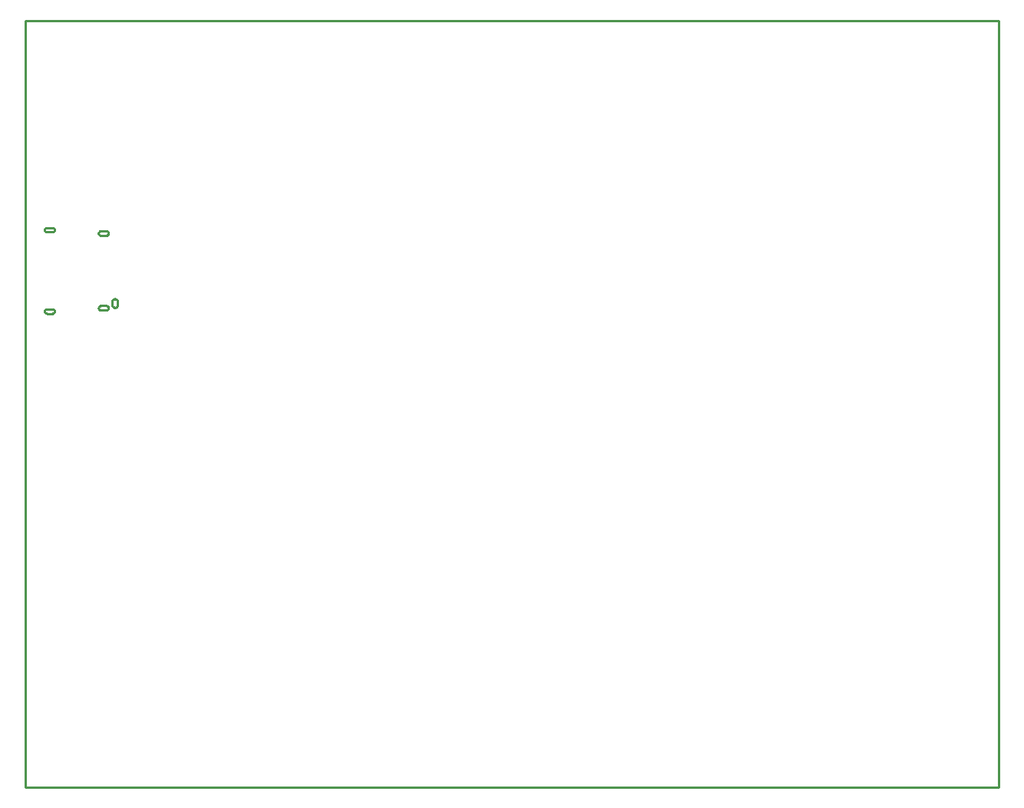
<source format=gbr>
G04 EAGLE Gerber RS-274X export*
G75*
%MOMM*%
%FSLAX34Y34*%
%LPD*%
%IN*%
%IPPOS*%
%AMOC8*
5,1,8,0,0,1.08239X$1,22.5*%
G01*
G04 Define Apertures*
%ADD10C,0.254000*%
D10*
X-93000Y473500D02*
X980000Y473500D01*
X980000Y1320000D01*
X-93000Y1320000D01*
X-93000Y473500D01*
X2246Y1006543D02*
X2258Y1006260D01*
X2295Y1005979D01*
X2356Y1005702D01*
X2442Y1005432D01*
X2550Y1005170D01*
X2681Y1004918D01*
X2833Y1004679D01*
X3006Y1004454D01*
X3198Y1004245D01*
X3407Y1004054D01*
X3632Y1003881D01*
X3871Y1003729D01*
X4122Y1003598D01*
X4384Y1003489D01*
X4655Y1003404D01*
X4931Y1003343D01*
X5212Y1003306D01*
X5496Y1003293D01*
X5779Y1003306D01*
X6060Y1003343D01*
X6337Y1003404D01*
X6607Y1003489D01*
X6869Y1003598D01*
X7121Y1003729D01*
X7360Y1003881D01*
X7585Y1004054D01*
X7794Y1004245D01*
X7985Y1004454D01*
X8158Y1004679D01*
X8310Y1004918D01*
X8441Y1005170D01*
X8550Y1005432D01*
X8635Y1005702D01*
X8696Y1005979D01*
X8733Y1006260D01*
X8746Y1006543D01*
X8746Y1009543D01*
X8733Y1009827D01*
X8696Y1010108D01*
X8635Y1010384D01*
X8550Y1010655D01*
X8441Y1010917D01*
X8310Y1011168D01*
X8158Y1011407D01*
X7985Y1011632D01*
X7794Y1011841D01*
X7585Y1012033D01*
X7360Y1012206D01*
X7121Y1012358D01*
X6869Y1012489D01*
X6607Y1012597D01*
X6337Y1012683D01*
X6060Y1012744D01*
X5779Y1012781D01*
X5496Y1012793D01*
X5212Y1012781D01*
X4931Y1012744D01*
X4655Y1012683D01*
X4384Y1012597D01*
X4122Y1012489D01*
X3871Y1012358D01*
X3632Y1012206D01*
X3407Y1012033D01*
X3198Y1011841D01*
X3006Y1011632D01*
X2833Y1011407D01*
X2681Y1011168D01*
X2550Y1010917D01*
X2442Y1010655D01*
X2356Y1010384D01*
X2295Y1010108D01*
X2258Y1009827D01*
X2246Y1009543D01*
X2246Y1006543D01*
X-10004Y1082843D02*
X-4004Y1082843D01*
X-3786Y1082853D01*
X-3570Y1082881D01*
X-3357Y1082928D01*
X-3149Y1082994D01*
X-2948Y1083077D01*
X-2754Y1083178D01*
X-2570Y1083295D01*
X-2397Y1083428D01*
X-2237Y1083575D01*
X-2089Y1083736D01*
X-1956Y1083909D01*
X-1839Y1084093D01*
X-1739Y1084287D01*
X-1655Y1084488D01*
X-1590Y1084696D01*
X-1542Y1084909D01*
X-1514Y1085125D01*
X-1504Y1085343D01*
X-1514Y1085561D01*
X-1542Y1085777D01*
X-1590Y1085990D01*
X-1655Y1086198D01*
X-1739Y1086400D01*
X-1839Y1086593D01*
X-1956Y1086777D01*
X-2089Y1086950D01*
X-2237Y1087111D01*
X-2397Y1087258D01*
X-2570Y1087391D01*
X-2754Y1087508D01*
X-2948Y1087609D01*
X-3149Y1087692D01*
X-3357Y1087758D01*
X-3570Y1087805D01*
X-3786Y1087834D01*
X-4004Y1087843D01*
X-10004Y1087843D01*
X-10222Y1087834D01*
X-10438Y1087805D01*
X-10651Y1087758D01*
X-10859Y1087692D01*
X-11061Y1087609D01*
X-11254Y1087508D01*
X-11438Y1087391D01*
X-11611Y1087258D01*
X-11772Y1087111D01*
X-11919Y1086950D01*
X-12052Y1086777D01*
X-12169Y1086593D01*
X-12270Y1086400D01*
X-12354Y1086198D01*
X-12419Y1085990D01*
X-12466Y1085777D01*
X-12495Y1085561D01*
X-12504Y1085343D01*
X-12495Y1085125D01*
X-12466Y1084909D01*
X-12419Y1084696D01*
X-12354Y1084488D01*
X-12270Y1084287D01*
X-12169Y1084093D01*
X-12052Y1083909D01*
X-11919Y1083736D01*
X-11772Y1083575D01*
X-11611Y1083428D01*
X-11438Y1083295D01*
X-11254Y1083178D01*
X-11061Y1083077D01*
X-10859Y1082994D01*
X-10651Y1082928D01*
X-10438Y1082881D01*
X-10222Y1082853D01*
X-10004Y1082843D01*
X-10004Y1000243D02*
X-4004Y1000243D01*
X-3786Y1000253D01*
X-3570Y1000281D01*
X-3357Y1000328D01*
X-3149Y1000394D01*
X-2948Y1000477D01*
X-2754Y1000578D01*
X-2570Y1000695D01*
X-2397Y1000828D01*
X-2237Y1000975D01*
X-2089Y1001136D01*
X-1956Y1001309D01*
X-1839Y1001493D01*
X-1739Y1001687D01*
X-1655Y1001888D01*
X-1590Y1002096D01*
X-1542Y1002309D01*
X-1514Y1002525D01*
X-1504Y1002743D01*
X-1514Y1002961D01*
X-1542Y1003177D01*
X-1590Y1003390D01*
X-1655Y1003598D01*
X-1739Y1003800D01*
X-1839Y1003993D01*
X-1956Y1004177D01*
X-2089Y1004350D01*
X-2237Y1004511D01*
X-2397Y1004658D01*
X-2570Y1004791D01*
X-2754Y1004908D01*
X-2948Y1005009D01*
X-3149Y1005092D01*
X-3357Y1005158D01*
X-3570Y1005205D01*
X-3786Y1005234D01*
X-4004Y1005243D01*
X-10004Y1005243D01*
X-10222Y1005234D01*
X-10438Y1005205D01*
X-10651Y1005158D01*
X-10859Y1005092D01*
X-11061Y1005009D01*
X-11254Y1004908D01*
X-11438Y1004791D01*
X-11611Y1004658D01*
X-11772Y1004511D01*
X-11919Y1004350D01*
X-12052Y1004177D01*
X-12169Y1003993D01*
X-12270Y1003800D01*
X-12354Y1003598D01*
X-12419Y1003390D01*
X-12466Y1003177D01*
X-12495Y1002961D01*
X-12504Y1002743D01*
X-12495Y1002525D01*
X-12466Y1002309D01*
X-12419Y1002096D01*
X-12354Y1001888D01*
X-12270Y1001687D01*
X-12169Y1001493D01*
X-12052Y1001309D01*
X-11919Y1001136D01*
X-11772Y1000975D01*
X-11611Y1000828D01*
X-11438Y1000695D01*
X-11254Y1000578D01*
X-11061Y1000477D01*
X-10859Y1000394D01*
X-10651Y1000328D01*
X-10438Y1000281D01*
X-10222Y1000253D01*
X-10004Y1000243D01*
X-69504Y1086443D02*
X-63504Y1086443D01*
X-63286Y1086453D01*
X-63070Y1086481D01*
X-62857Y1086528D01*
X-62649Y1086594D01*
X-62448Y1086677D01*
X-62254Y1086778D01*
X-62070Y1086895D01*
X-61897Y1087028D01*
X-61737Y1087175D01*
X-61589Y1087336D01*
X-61456Y1087509D01*
X-61339Y1087693D01*
X-61239Y1087887D01*
X-61155Y1088088D01*
X-61090Y1088296D01*
X-61042Y1088509D01*
X-61014Y1088725D01*
X-61004Y1088943D01*
X-61014Y1089161D01*
X-61042Y1089377D01*
X-61090Y1089590D01*
X-61155Y1089798D01*
X-61239Y1090000D01*
X-61339Y1090193D01*
X-61456Y1090377D01*
X-61589Y1090550D01*
X-61737Y1090711D01*
X-61897Y1090858D01*
X-62070Y1090991D01*
X-62254Y1091108D01*
X-62448Y1091209D01*
X-62649Y1091292D01*
X-62857Y1091358D01*
X-63070Y1091405D01*
X-63286Y1091434D01*
X-63504Y1091443D01*
X-69504Y1091443D01*
X-69722Y1091434D01*
X-69938Y1091405D01*
X-70151Y1091358D01*
X-70359Y1091292D01*
X-70561Y1091209D01*
X-70754Y1091108D01*
X-70938Y1090991D01*
X-71111Y1090858D01*
X-71272Y1090711D01*
X-71419Y1090550D01*
X-71552Y1090377D01*
X-71669Y1090193D01*
X-71770Y1090000D01*
X-71854Y1089798D01*
X-71919Y1089590D01*
X-71966Y1089377D01*
X-71995Y1089161D01*
X-72004Y1088943D01*
X-71995Y1088725D01*
X-71966Y1088509D01*
X-71919Y1088296D01*
X-71854Y1088088D01*
X-71770Y1087887D01*
X-71669Y1087693D01*
X-71552Y1087509D01*
X-71419Y1087336D01*
X-71272Y1087175D01*
X-71111Y1087028D01*
X-70938Y1086895D01*
X-70754Y1086778D01*
X-70561Y1086677D01*
X-70359Y1086594D01*
X-70151Y1086528D01*
X-69938Y1086481D01*
X-69722Y1086453D01*
X-69504Y1086443D01*
X-69504Y996643D02*
X-63504Y996643D01*
X-63286Y996653D01*
X-63070Y996681D01*
X-62857Y996728D01*
X-62649Y996794D01*
X-62448Y996877D01*
X-62254Y996978D01*
X-62070Y997095D01*
X-61897Y997228D01*
X-61737Y997375D01*
X-61589Y997536D01*
X-61456Y997709D01*
X-61339Y997893D01*
X-61239Y998087D01*
X-61155Y998288D01*
X-61090Y998496D01*
X-61042Y998709D01*
X-61014Y998925D01*
X-61004Y999143D01*
X-61014Y999361D01*
X-61042Y999577D01*
X-61090Y999790D01*
X-61155Y999998D01*
X-61239Y1000200D01*
X-61339Y1000393D01*
X-61456Y1000577D01*
X-61589Y1000750D01*
X-61737Y1000911D01*
X-61897Y1001058D01*
X-62070Y1001191D01*
X-62254Y1001308D01*
X-62448Y1001409D01*
X-62649Y1001492D01*
X-62857Y1001558D01*
X-63070Y1001605D01*
X-63286Y1001634D01*
X-63504Y1001643D01*
X-69504Y1001643D01*
X-69722Y1001634D01*
X-69938Y1001605D01*
X-70151Y1001558D01*
X-70359Y1001492D01*
X-70561Y1001409D01*
X-70754Y1001308D01*
X-70938Y1001191D01*
X-71111Y1001058D01*
X-71272Y1000911D01*
X-71419Y1000750D01*
X-71552Y1000577D01*
X-71669Y1000393D01*
X-71770Y1000200D01*
X-71854Y999998D01*
X-71919Y999790D01*
X-71966Y999577D01*
X-71995Y999361D01*
X-72004Y999143D01*
X-71995Y998925D01*
X-71966Y998709D01*
X-71919Y998496D01*
X-71854Y998288D01*
X-71770Y998087D01*
X-71669Y997893D01*
X-71552Y997709D01*
X-71419Y997536D01*
X-71272Y997375D01*
X-71111Y997228D01*
X-70938Y997095D01*
X-70754Y996978D01*
X-70561Y996877D01*
X-70359Y996794D01*
X-70151Y996728D01*
X-69938Y996681D01*
X-69722Y996653D01*
X-69504Y996643D01*
M02*

</source>
